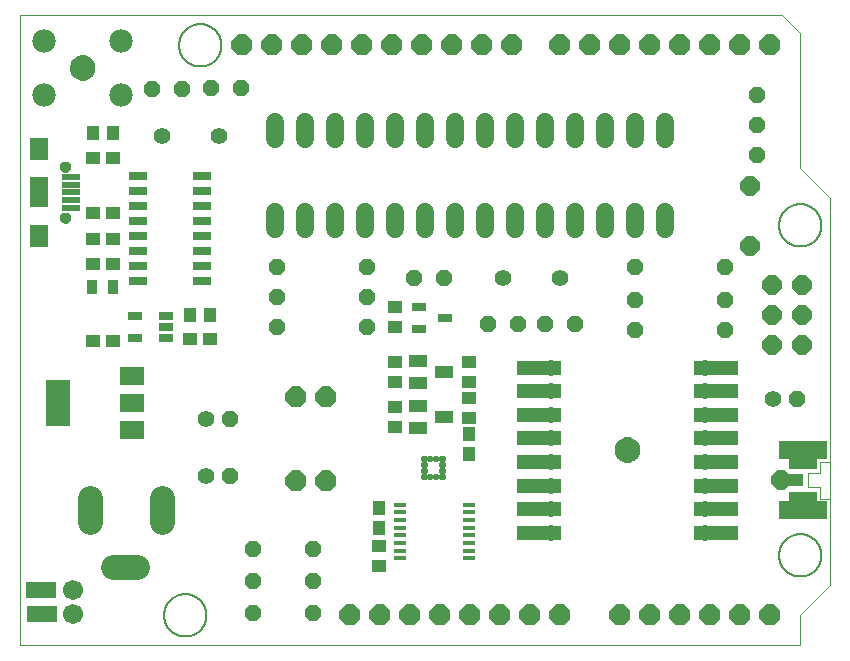
<source format=gts>
G75*
%MOIN*%
%OFA0B0*%
%FSLAX25Y25*%
%IPPOS*%
%LPD*%
%AMOC8*
5,1,8,0,0,1.08239X$1,22.5*
%
%ADD10C,0.00000*%
%ADD11C,0.00500*%
%ADD12OC8,0.07000*%
%ADD13C,0.06000*%
%ADD14C,0.05600*%
%ADD15OC8,0.05600*%
%ADD16R,0.06400X0.02900*%
%ADD17R,0.04731X0.04337*%
%ADD18C,0.07800*%
%ADD19OC8,0.06400*%
%ADD20C,0.08274*%
%ADD21R,0.03550X0.05124*%
%ADD22R,0.08300X0.06300*%
%ADD23R,0.08300X0.15400*%
%ADD24R,0.05124X0.02565*%
%ADD25R,0.04337X0.04731*%
%ADD26R,0.14573X0.05124*%
%ADD27C,0.05550*%
%ADD28R,0.16400X0.06400*%
%ADD29R,0.08400X0.04400*%
%ADD30R,0.09200X0.03600*%
%ADD31R,0.04300X0.01600*%
%ADD32R,0.05912X0.04337*%
%ADD33R,0.05912X0.01975*%
%ADD34C,0.03746*%
%ADD35R,0.06306X0.10243*%
%ADD36R,0.06306X0.07487*%
%ADD37C,0.06699*%
%ADD38R,0.10400X0.05400*%
%ADD39OC8,0.06337*%
%ADD40C,0.00889*%
%ADD41R,0.04731X0.02959*%
D10*
X0015046Y0005000D02*
X0015046Y0215000D01*
X0269046Y0215000D01*
X0275046Y0209000D01*
X0275046Y0164000D01*
X0285046Y0154000D01*
X0285046Y0025000D01*
X0275046Y0015000D01*
X0275046Y0005000D01*
X0015046Y0005000D01*
X0028335Y0147520D02*
X0028337Y0147601D01*
X0028343Y0147683D01*
X0028353Y0147764D01*
X0028367Y0147844D01*
X0028384Y0147923D01*
X0028406Y0148002D01*
X0028431Y0148079D01*
X0028460Y0148156D01*
X0028493Y0148230D01*
X0028530Y0148303D01*
X0028569Y0148374D01*
X0028613Y0148443D01*
X0028659Y0148510D01*
X0028709Y0148574D01*
X0028762Y0148636D01*
X0028818Y0148696D01*
X0028876Y0148752D01*
X0028938Y0148806D01*
X0029002Y0148857D01*
X0029068Y0148904D01*
X0029136Y0148948D01*
X0029207Y0148989D01*
X0029279Y0149026D01*
X0029354Y0149060D01*
X0029429Y0149090D01*
X0029507Y0149116D01*
X0029585Y0149139D01*
X0029664Y0149157D01*
X0029744Y0149172D01*
X0029825Y0149183D01*
X0029906Y0149190D01*
X0029988Y0149193D01*
X0030069Y0149192D01*
X0030150Y0149187D01*
X0030231Y0149178D01*
X0030312Y0149165D01*
X0030392Y0149148D01*
X0030470Y0149128D01*
X0030548Y0149103D01*
X0030625Y0149075D01*
X0030700Y0149043D01*
X0030773Y0149008D01*
X0030844Y0148969D01*
X0030914Y0148926D01*
X0030981Y0148881D01*
X0031047Y0148832D01*
X0031109Y0148780D01*
X0031169Y0148724D01*
X0031226Y0148666D01*
X0031281Y0148606D01*
X0031332Y0148542D01*
X0031380Y0148477D01*
X0031425Y0148409D01*
X0031467Y0148339D01*
X0031505Y0148267D01*
X0031540Y0148193D01*
X0031571Y0148118D01*
X0031598Y0148041D01*
X0031621Y0147963D01*
X0031641Y0147884D01*
X0031657Y0147804D01*
X0031669Y0147723D01*
X0031677Y0147642D01*
X0031681Y0147561D01*
X0031681Y0147479D01*
X0031677Y0147398D01*
X0031669Y0147317D01*
X0031657Y0147236D01*
X0031641Y0147156D01*
X0031621Y0147077D01*
X0031598Y0146999D01*
X0031571Y0146922D01*
X0031540Y0146847D01*
X0031505Y0146773D01*
X0031467Y0146701D01*
X0031425Y0146631D01*
X0031380Y0146563D01*
X0031332Y0146498D01*
X0031281Y0146434D01*
X0031226Y0146374D01*
X0031169Y0146316D01*
X0031109Y0146260D01*
X0031047Y0146208D01*
X0030981Y0146159D01*
X0030914Y0146114D01*
X0030845Y0146071D01*
X0030773Y0146032D01*
X0030700Y0145997D01*
X0030625Y0145965D01*
X0030548Y0145937D01*
X0030470Y0145912D01*
X0030392Y0145892D01*
X0030312Y0145875D01*
X0030231Y0145862D01*
X0030150Y0145853D01*
X0030069Y0145848D01*
X0029988Y0145847D01*
X0029906Y0145850D01*
X0029825Y0145857D01*
X0029744Y0145868D01*
X0029664Y0145883D01*
X0029585Y0145901D01*
X0029507Y0145924D01*
X0029429Y0145950D01*
X0029354Y0145980D01*
X0029279Y0146014D01*
X0029207Y0146051D01*
X0029136Y0146092D01*
X0029068Y0146136D01*
X0029002Y0146183D01*
X0028938Y0146234D01*
X0028876Y0146288D01*
X0028818Y0146344D01*
X0028762Y0146404D01*
X0028709Y0146466D01*
X0028659Y0146530D01*
X0028613Y0146597D01*
X0028569Y0146666D01*
X0028530Y0146737D01*
X0028493Y0146810D01*
X0028460Y0146884D01*
X0028431Y0146961D01*
X0028406Y0147038D01*
X0028384Y0147117D01*
X0028367Y0147196D01*
X0028353Y0147276D01*
X0028343Y0147357D01*
X0028337Y0147439D01*
X0028335Y0147520D01*
X0028335Y0164480D02*
X0028337Y0164561D01*
X0028343Y0164643D01*
X0028353Y0164724D01*
X0028367Y0164804D01*
X0028384Y0164883D01*
X0028406Y0164962D01*
X0028431Y0165039D01*
X0028460Y0165116D01*
X0028493Y0165190D01*
X0028530Y0165263D01*
X0028569Y0165334D01*
X0028613Y0165403D01*
X0028659Y0165470D01*
X0028709Y0165534D01*
X0028762Y0165596D01*
X0028818Y0165656D01*
X0028876Y0165712D01*
X0028938Y0165766D01*
X0029002Y0165817D01*
X0029068Y0165864D01*
X0029136Y0165908D01*
X0029207Y0165949D01*
X0029279Y0165986D01*
X0029354Y0166020D01*
X0029429Y0166050D01*
X0029507Y0166076D01*
X0029585Y0166099D01*
X0029664Y0166117D01*
X0029744Y0166132D01*
X0029825Y0166143D01*
X0029906Y0166150D01*
X0029988Y0166153D01*
X0030069Y0166152D01*
X0030150Y0166147D01*
X0030231Y0166138D01*
X0030312Y0166125D01*
X0030392Y0166108D01*
X0030470Y0166088D01*
X0030548Y0166063D01*
X0030625Y0166035D01*
X0030700Y0166003D01*
X0030773Y0165968D01*
X0030844Y0165929D01*
X0030914Y0165886D01*
X0030981Y0165841D01*
X0031047Y0165792D01*
X0031109Y0165740D01*
X0031169Y0165684D01*
X0031226Y0165626D01*
X0031281Y0165566D01*
X0031332Y0165502D01*
X0031380Y0165437D01*
X0031425Y0165369D01*
X0031467Y0165299D01*
X0031505Y0165227D01*
X0031540Y0165153D01*
X0031571Y0165078D01*
X0031598Y0165001D01*
X0031621Y0164923D01*
X0031641Y0164844D01*
X0031657Y0164764D01*
X0031669Y0164683D01*
X0031677Y0164602D01*
X0031681Y0164521D01*
X0031681Y0164439D01*
X0031677Y0164358D01*
X0031669Y0164277D01*
X0031657Y0164196D01*
X0031641Y0164116D01*
X0031621Y0164037D01*
X0031598Y0163959D01*
X0031571Y0163882D01*
X0031540Y0163807D01*
X0031505Y0163733D01*
X0031467Y0163661D01*
X0031425Y0163591D01*
X0031380Y0163523D01*
X0031332Y0163458D01*
X0031281Y0163394D01*
X0031226Y0163334D01*
X0031169Y0163276D01*
X0031109Y0163220D01*
X0031047Y0163168D01*
X0030981Y0163119D01*
X0030914Y0163074D01*
X0030845Y0163031D01*
X0030773Y0162992D01*
X0030700Y0162957D01*
X0030625Y0162925D01*
X0030548Y0162897D01*
X0030470Y0162872D01*
X0030392Y0162852D01*
X0030312Y0162835D01*
X0030231Y0162822D01*
X0030150Y0162813D01*
X0030069Y0162808D01*
X0029988Y0162807D01*
X0029906Y0162810D01*
X0029825Y0162817D01*
X0029744Y0162828D01*
X0029664Y0162843D01*
X0029585Y0162861D01*
X0029507Y0162884D01*
X0029429Y0162910D01*
X0029354Y0162940D01*
X0029279Y0162974D01*
X0029207Y0163011D01*
X0029136Y0163052D01*
X0029068Y0163096D01*
X0029002Y0163143D01*
X0028938Y0163194D01*
X0028876Y0163248D01*
X0028818Y0163304D01*
X0028762Y0163364D01*
X0028709Y0163426D01*
X0028659Y0163490D01*
X0028613Y0163557D01*
X0028569Y0163626D01*
X0028530Y0163697D01*
X0028493Y0163770D01*
X0028460Y0163844D01*
X0028431Y0163921D01*
X0028406Y0163998D01*
X0028384Y0164077D01*
X0028367Y0164156D01*
X0028353Y0164236D01*
X0028343Y0164317D01*
X0028337Y0164399D01*
X0028335Y0164480D01*
X0277746Y0062300D02*
X0277746Y0057900D01*
X0281646Y0057900D01*
X0281646Y0053900D01*
X0285046Y0053900D01*
X0285046Y0053800D01*
X0281546Y0062300D02*
X0277746Y0062300D01*
X0281546Y0062300D02*
X0281546Y0066100D01*
X0285046Y0066100D01*
D11*
X0267975Y0035000D02*
X0267977Y0035174D01*
X0267984Y0035347D01*
X0267994Y0035520D01*
X0268009Y0035693D01*
X0268028Y0035866D01*
X0268052Y0036038D01*
X0268079Y0036209D01*
X0268111Y0036379D01*
X0268147Y0036549D01*
X0268187Y0036718D01*
X0268231Y0036886D01*
X0268279Y0037053D01*
X0268332Y0037218D01*
X0268388Y0037382D01*
X0268449Y0037545D01*
X0268513Y0037706D01*
X0268582Y0037865D01*
X0268654Y0038023D01*
X0268730Y0038179D01*
X0268810Y0038333D01*
X0268894Y0038485D01*
X0268981Y0038635D01*
X0269072Y0038783D01*
X0269167Y0038928D01*
X0269265Y0039072D01*
X0269367Y0039212D01*
X0269472Y0039350D01*
X0269580Y0039486D01*
X0269692Y0039619D01*
X0269807Y0039749D01*
X0269925Y0039876D01*
X0270046Y0040000D01*
X0270170Y0040121D01*
X0270297Y0040239D01*
X0270427Y0040354D01*
X0270560Y0040466D01*
X0270696Y0040574D01*
X0270834Y0040679D01*
X0270974Y0040781D01*
X0271118Y0040879D01*
X0271263Y0040974D01*
X0271411Y0041065D01*
X0271561Y0041152D01*
X0271713Y0041236D01*
X0271867Y0041316D01*
X0272023Y0041392D01*
X0272181Y0041464D01*
X0272340Y0041533D01*
X0272501Y0041597D01*
X0272664Y0041658D01*
X0272828Y0041714D01*
X0272993Y0041767D01*
X0273160Y0041815D01*
X0273328Y0041859D01*
X0273497Y0041899D01*
X0273667Y0041935D01*
X0273837Y0041967D01*
X0274008Y0041994D01*
X0274180Y0042018D01*
X0274353Y0042037D01*
X0274526Y0042052D01*
X0274699Y0042062D01*
X0274872Y0042069D01*
X0275046Y0042071D01*
X0275220Y0042069D01*
X0275393Y0042062D01*
X0275566Y0042052D01*
X0275739Y0042037D01*
X0275912Y0042018D01*
X0276084Y0041994D01*
X0276255Y0041967D01*
X0276425Y0041935D01*
X0276595Y0041899D01*
X0276764Y0041859D01*
X0276932Y0041815D01*
X0277099Y0041767D01*
X0277264Y0041714D01*
X0277428Y0041658D01*
X0277591Y0041597D01*
X0277752Y0041533D01*
X0277911Y0041464D01*
X0278069Y0041392D01*
X0278225Y0041316D01*
X0278379Y0041236D01*
X0278531Y0041152D01*
X0278681Y0041065D01*
X0278829Y0040974D01*
X0278974Y0040879D01*
X0279118Y0040781D01*
X0279258Y0040679D01*
X0279396Y0040574D01*
X0279532Y0040466D01*
X0279665Y0040354D01*
X0279795Y0040239D01*
X0279922Y0040121D01*
X0280046Y0040000D01*
X0280167Y0039876D01*
X0280285Y0039749D01*
X0280400Y0039619D01*
X0280512Y0039486D01*
X0280620Y0039350D01*
X0280725Y0039212D01*
X0280827Y0039072D01*
X0280925Y0038928D01*
X0281020Y0038783D01*
X0281111Y0038635D01*
X0281198Y0038485D01*
X0281282Y0038333D01*
X0281362Y0038179D01*
X0281438Y0038023D01*
X0281510Y0037865D01*
X0281579Y0037706D01*
X0281643Y0037545D01*
X0281704Y0037382D01*
X0281760Y0037218D01*
X0281813Y0037053D01*
X0281861Y0036886D01*
X0281905Y0036718D01*
X0281945Y0036549D01*
X0281981Y0036379D01*
X0282013Y0036209D01*
X0282040Y0036038D01*
X0282064Y0035866D01*
X0282083Y0035693D01*
X0282098Y0035520D01*
X0282108Y0035347D01*
X0282115Y0035174D01*
X0282117Y0035000D01*
X0282115Y0034826D01*
X0282108Y0034653D01*
X0282098Y0034480D01*
X0282083Y0034307D01*
X0282064Y0034134D01*
X0282040Y0033962D01*
X0282013Y0033791D01*
X0281981Y0033621D01*
X0281945Y0033451D01*
X0281905Y0033282D01*
X0281861Y0033114D01*
X0281813Y0032947D01*
X0281760Y0032782D01*
X0281704Y0032618D01*
X0281643Y0032455D01*
X0281579Y0032294D01*
X0281510Y0032135D01*
X0281438Y0031977D01*
X0281362Y0031821D01*
X0281282Y0031667D01*
X0281198Y0031515D01*
X0281111Y0031365D01*
X0281020Y0031217D01*
X0280925Y0031072D01*
X0280827Y0030928D01*
X0280725Y0030788D01*
X0280620Y0030650D01*
X0280512Y0030514D01*
X0280400Y0030381D01*
X0280285Y0030251D01*
X0280167Y0030124D01*
X0280046Y0030000D01*
X0279922Y0029879D01*
X0279795Y0029761D01*
X0279665Y0029646D01*
X0279532Y0029534D01*
X0279396Y0029426D01*
X0279258Y0029321D01*
X0279118Y0029219D01*
X0278974Y0029121D01*
X0278829Y0029026D01*
X0278681Y0028935D01*
X0278531Y0028848D01*
X0278379Y0028764D01*
X0278225Y0028684D01*
X0278069Y0028608D01*
X0277911Y0028536D01*
X0277752Y0028467D01*
X0277591Y0028403D01*
X0277428Y0028342D01*
X0277264Y0028286D01*
X0277099Y0028233D01*
X0276932Y0028185D01*
X0276764Y0028141D01*
X0276595Y0028101D01*
X0276425Y0028065D01*
X0276255Y0028033D01*
X0276084Y0028006D01*
X0275912Y0027982D01*
X0275739Y0027963D01*
X0275566Y0027948D01*
X0275393Y0027938D01*
X0275220Y0027931D01*
X0275046Y0027929D01*
X0274872Y0027931D01*
X0274699Y0027938D01*
X0274526Y0027948D01*
X0274353Y0027963D01*
X0274180Y0027982D01*
X0274008Y0028006D01*
X0273837Y0028033D01*
X0273667Y0028065D01*
X0273497Y0028101D01*
X0273328Y0028141D01*
X0273160Y0028185D01*
X0272993Y0028233D01*
X0272828Y0028286D01*
X0272664Y0028342D01*
X0272501Y0028403D01*
X0272340Y0028467D01*
X0272181Y0028536D01*
X0272023Y0028608D01*
X0271867Y0028684D01*
X0271713Y0028764D01*
X0271561Y0028848D01*
X0271411Y0028935D01*
X0271263Y0029026D01*
X0271118Y0029121D01*
X0270974Y0029219D01*
X0270834Y0029321D01*
X0270696Y0029426D01*
X0270560Y0029534D01*
X0270427Y0029646D01*
X0270297Y0029761D01*
X0270170Y0029879D01*
X0270046Y0030000D01*
X0269925Y0030124D01*
X0269807Y0030251D01*
X0269692Y0030381D01*
X0269580Y0030514D01*
X0269472Y0030650D01*
X0269367Y0030788D01*
X0269265Y0030928D01*
X0269167Y0031072D01*
X0269072Y0031217D01*
X0268981Y0031365D01*
X0268894Y0031515D01*
X0268810Y0031667D01*
X0268730Y0031821D01*
X0268654Y0031977D01*
X0268582Y0032135D01*
X0268513Y0032294D01*
X0268449Y0032455D01*
X0268388Y0032618D01*
X0268332Y0032782D01*
X0268279Y0032947D01*
X0268231Y0033114D01*
X0268187Y0033282D01*
X0268147Y0033451D01*
X0268111Y0033621D01*
X0268079Y0033791D01*
X0268052Y0033962D01*
X0268028Y0034134D01*
X0268009Y0034307D01*
X0267994Y0034480D01*
X0267984Y0034653D01*
X0267977Y0034826D01*
X0267975Y0035000D01*
X0220462Y0067569D02*
X0219977Y0067084D01*
X0219415Y0066690D01*
X0218793Y0066400D01*
X0218130Y0066223D01*
X0217446Y0066163D01*
X0216763Y0066223D01*
X0216100Y0066400D01*
X0215478Y0066690D01*
X0214916Y0067084D01*
X0214431Y0067569D01*
X0214037Y0068131D01*
X0213747Y0068753D01*
X0213569Y0069416D01*
X0213509Y0070100D01*
X0213569Y0070784D01*
X0213747Y0071447D01*
X0214037Y0072069D01*
X0214431Y0072631D01*
X0214916Y0073116D01*
X0215478Y0073510D01*
X0216100Y0073800D01*
X0216763Y0073977D01*
X0217446Y0074037D01*
X0218130Y0073977D01*
X0218793Y0073800D01*
X0219415Y0073510D01*
X0219977Y0073116D01*
X0220462Y0072631D01*
X0220856Y0072069D01*
X0221146Y0071447D01*
X0221324Y0070784D01*
X0221383Y0070100D01*
X0221324Y0069416D01*
X0221146Y0068753D01*
X0220856Y0068131D01*
X0220462Y0067569D01*
X0220633Y0067812D02*
X0214260Y0067812D01*
X0213953Y0068311D02*
X0220940Y0068311D01*
X0221161Y0068809D02*
X0213732Y0068809D01*
X0213598Y0069308D02*
X0221295Y0069308D01*
X0221358Y0069806D02*
X0213535Y0069806D01*
X0213527Y0070305D02*
X0221366Y0070305D01*
X0221318Y0070803D02*
X0213575Y0070803D01*
X0213708Y0071302D02*
X0221185Y0071302D01*
X0220981Y0071801D02*
X0213912Y0071801D01*
X0214198Y0072299D02*
X0220695Y0072299D01*
X0220295Y0072798D02*
X0214597Y0072798D01*
X0215173Y0073296D02*
X0219720Y0073296D01*
X0218804Y0073795D02*
X0216089Y0073795D01*
X0214686Y0067314D02*
X0220207Y0067314D01*
X0219593Y0066815D02*
X0215299Y0066815D01*
X0216412Y0066317D02*
X0218481Y0066317D01*
X0267975Y0145000D02*
X0267977Y0145174D01*
X0267984Y0145347D01*
X0267994Y0145520D01*
X0268009Y0145693D01*
X0268028Y0145866D01*
X0268052Y0146038D01*
X0268079Y0146209D01*
X0268111Y0146379D01*
X0268147Y0146549D01*
X0268187Y0146718D01*
X0268231Y0146886D01*
X0268279Y0147053D01*
X0268332Y0147218D01*
X0268388Y0147382D01*
X0268449Y0147545D01*
X0268513Y0147706D01*
X0268582Y0147865D01*
X0268654Y0148023D01*
X0268730Y0148179D01*
X0268810Y0148333D01*
X0268894Y0148485D01*
X0268981Y0148635D01*
X0269072Y0148783D01*
X0269167Y0148928D01*
X0269265Y0149072D01*
X0269367Y0149212D01*
X0269472Y0149350D01*
X0269580Y0149486D01*
X0269692Y0149619D01*
X0269807Y0149749D01*
X0269925Y0149876D01*
X0270046Y0150000D01*
X0270170Y0150121D01*
X0270297Y0150239D01*
X0270427Y0150354D01*
X0270560Y0150466D01*
X0270696Y0150574D01*
X0270834Y0150679D01*
X0270974Y0150781D01*
X0271118Y0150879D01*
X0271263Y0150974D01*
X0271411Y0151065D01*
X0271561Y0151152D01*
X0271713Y0151236D01*
X0271867Y0151316D01*
X0272023Y0151392D01*
X0272181Y0151464D01*
X0272340Y0151533D01*
X0272501Y0151597D01*
X0272664Y0151658D01*
X0272828Y0151714D01*
X0272993Y0151767D01*
X0273160Y0151815D01*
X0273328Y0151859D01*
X0273497Y0151899D01*
X0273667Y0151935D01*
X0273837Y0151967D01*
X0274008Y0151994D01*
X0274180Y0152018D01*
X0274353Y0152037D01*
X0274526Y0152052D01*
X0274699Y0152062D01*
X0274872Y0152069D01*
X0275046Y0152071D01*
X0275220Y0152069D01*
X0275393Y0152062D01*
X0275566Y0152052D01*
X0275739Y0152037D01*
X0275912Y0152018D01*
X0276084Y0151994D01*
X0276255Y0151967D01*
X0276425Y0151935D01*
X0276595Y0151899D01*
X0276764Y0151859D01*
X0276932Y0151815D01*
X0277099Y0151767D01*
X0277264Y0151714D01*
X0277428Y0151658D01*
X0277591Y0151597D01*
X0277752Y0151533D01*
X0277911Y0151464D01*
X0278069Y0151392D01*
X0278225Y0151316D01*
X0278379Y0151236D01*
X0278531Y0151152D01*
X0278681Y0151065D01*
X0278829Y0150974D01*
X0278974Y0150879D01*
X0279118Y0150781D01*
X0279258Y0150679D01*
X0279396Y0150574D01*
X0279532Y0150466D01*
X0279665Y0150354D01*
X0279795Y0150239D01*
X0279922Y0150121D01*
X0280046Y0150000D01*
X0280167Y0149876D01*
X0280285Y0149749D01*
X0280400Y0149619D01*
X0280512Y0149486D01*
X0280620Y0149350D01*
X0280725Y0149212D01*
X0280827Y0149072D01*
X0280925Y0148928D01*
X0281020Y0148783D01*
X0281111Y0148635D01*
X0281198Y0148485D01*
X0281282Y0148333D01*
X0281362Y0148179D01*
X0281438Y0148023D01*
X0281510Y0147865D01*
X0281579Y0147706D01*
X0281643Y0147545D01*
X0281704Y0147382D01*
X0281760Y0147218D01*
X0281813Y0147053D01*
X0281861Y0146886D01*
X0281905Y0146718D01*
X0281945Y0146549D01*
X0281981Y0146379D01*
X0282013Y0146209D01*
X0282040Y0146038D01*
X0282064Y0145866D01*
X0282083Y0145693D01*
X0282098Y0145520D01*
X0282108Y0145347D01*
X0282115Y0145174D01*
X0282117Y0145000D01*
X0282115Y0144826D01*
X0282108Y0144653D01*
X0282098Y0144480D01*
X0282083Y0144307D01*
X0282064Y0144134D01*
X0282040Y0143962D01*
X0282013Y0143791D01*
X0281981Y0143621D01*
X0281945Y0143451D01*
X0281905Y0143282D01*
X0281861Y0143114D01*
X0281813Y0142947D01*
X0281760Y0142782D01*
X0281704Y0142618D01*
X0281643Y0142455D01*
X0281579Y0142294D01*
X0281510Y0142135D01*
X0281438Y0141977D01*
X0281362Y0141821D01*
X0281282Y0141667D01*
X0281198Y0141515D01*
X0281111Y0141365D01*
X0281020Y0141217D01*
X0280925Y0141072D01*
X0280827Y0140928D01*
X0280725Y0140788D01*
X0280620Y0140650D01*
X0280512Y0140514D01*
X0280400Y0140381D01*
X0280285Y0140251D01*
X0280167Y0140124D01*
X0280046Y0140000D01*
X0279922Y0139879D01*
X0279795Y0139761D01*
X0279665Y0139646D01*
X0279532Y0139534D01*
X0279396Y0139426D01*
X0279258Y0139321D01*
X0279118Y0139219D01*
X0278974Y0139121D01*
X0278829Y0139026D01*
X0278681Y0138935D01*
X0278531Y0138848D01*
X0278379Y0138764D01*
X0278225Y0138684D01*
X0278069Y0138608D01*
X0277911Y0138536D01*
X0277752Y0138467D01*
X0277591Y0138403D01*
X0277428Y0138342D01*
X0277264Y0138286D01*
X0277099Y0138233D01*
X0276932Y0138185D01*
X0276764Y0138141D01*
X0276595Y0138101D01*
X0276425Y0138065D01*
X0276255Y0138033D01*
X0276084Y0138006D01*
X0275912Y0137982D01*
X0275739Y0137963D01*
X0275566Y0137948D01*
X0275393Y0137938D01*
X0275220Y0137931D01*
X0275046Y0137929D01*
X0274872Y0137931D01*
X0274699Y0137938D01*
X0274526Y0137948D01*
X0274353Y0137963D01*
X0274180Y0137982D01*
X0274008Y0138006D01*
X0273837Y0138033D01*
X0273667Y0138065D01*
X0273497Y0138101D01*
X0273328Y0138141D01*
X0273160Y0138185D01*
X0272993Y0138233D01*
X0272828Y0138286D01*
X0272664Y0138342D01*
X0272501Y0138403D01*
X0272340Y0138467D01*
X0272181Y0138536D01*
X0272023Y0138608D01*
X0271867Y0138684D01*
X0271713Y0138764D01*
X0271561Y0138848D01*
X0271411Y0138935D01*
X0271263Y0139026D01*
X0271118Y0139121D01*
X0270974Y0139219D01*
X0270834Y0139321D01*
X0270696Y0139426D01*
X0270560Y0139534D01*
X0270427Y0139646D01*
X0270297Y0139761D01*
X0270170Y0139879D01*
X0270046Y0140000D01*
X0269925Y0140124D01*
X0269807Y0140251D01*
X0269692Y0140381D01*
X0269580Y0140514D01*
X0269472Y0140650D01*
X0269367Y0140788D01*
X0269265Y0140928D01*
X0269167Y0141072D01*
X0269072Y0141217D01*
X0268981Y0141365D01*
X0268894Y0141515D01*
X0268810Y0141667D01*
X0268730Y0141821D01*
X0268654Y0141977D01*
X0268582Y0142135D01*
X0268513Y0142294D01*
X0268449Y0142455D01*
X0268388Y0142618D01*
X0268332Y0142782D01*
X0268279Y0142947D01*
X0268231Y0143114D01*
X0268187Y0143282D01*
X0268147Y0143451D01*
X0268111Y0143621D01*
X0268079Y0143791D01*
X0268052Y0143962D01*
X0268028Y0144134D01*
X0268009Y0144307D01*
X0267994Y0144480D01*
X0267984Y0144653D01*
X0267977Y0144826D01*
X0267975Y0145000D01*
X0067975Y0205000D02*
X0067977Y0205174D01*
X0067984Y0205347D01*
X0067994Y0205520D01*
X0068009Y0205693D01*
X0068028Y0205866D01*
X0068052Y0206038D01*
X0068079Y0206209D01*
X0068111Y0206379D01*
X0068147Y0206549D01*
X0068187Y0206718D01*
X0068231Y0206886D01*
X0068279Y0207053D01*
X0068332Y0207218D01*
X0068388Y0207382D01*
X0068449Y0207545D01*
X0068513Y0207706D01*
X0068582Y0207865D01*
X0068654Y0208023D01*
X0068730Y0208179D01*
X0068810Y0208333D01*
X0068894Y0208485D01*
X0068981Y0208635D01*
X0069072Y0208783D01*
X0069167Y0208928D01*
X0069265Y0209072D01*
X0069367Y0209212D01*
X0069472Y0209350D01*
X0069580Y0209486D01*
X0069692Y0209619D01*
X0069807Y0209749D01*
X0069925Y0209876D01*
X0070046Y0210000D01*
X0070170Y0210121D01*
X0070297Y0210239D01*
X0070427Y0210354D01*
X0070560Y0210466D01*
X0070696Y0210574D01*
X0070834Y0210679D01*
X0070974Y0210781D01*
X0071118Y0210879D01*
X0071263Y0210974D01*
X0071411Y0211065D01*
X0071561Y0211152D01*
X0071713Y0211236D01*
X0071867Y0211316D01*
X0072023Y0211392D01*
X0072181Y0211464D01*
X0072340Y0211533D01*
X0072501Y0211597D01*
X0072664Y0211658D01*
X0072828Y0211714D01*
X0072993Y0211767D01*
X0073160Y0211815D01*
X0073328Y0211859D01*
X0073497Y0211899D01*
X0073667Y0211935D01*
X0073837Y0211967D01*
X0074008Y0211994D01*
X0074180Y0212018D01*
X0074353Y0212037D01*
X0074526Y0212052D01*
X0074699Y0212062D01*
X0074872Y0212069D01*
X0075046Y0212071D01*
X0075220Y0212069D01*
X0075393Y0212062D01*
X0075566Y0212052D01*
X0075739Y0212037D01*
X0075912Y0212018D01*
X0076084Y0211994D01*
X0076255Y0211967D01*
X0076425Y0211935D01*
X0076595Y0211899D01*
X0076764Y0211859D01*
X0076932Y0211815D01*
X0077099Y0211767D01*
X0077264Y0211714D01*
X0077428Y0211658D01*
X0077591Y0211597D01*
X0077752Y0211533D01*
X0077911Y0211464D01*
X0078069Y0211392D01*
X0078225Y0211316D01*
X0078379Y0211236D01*
X0078531Y0211152D01*
X0078681Y0211065D01*
X0078829Y0210974D01*
X0078974Y0210879D01*
X0079118Y0210781D01*
X0079258Y0210679D01*
X0079396Y0210574D01*
X0079532Y0210466D01*
X0079665Y0210354D01*
X0079795Y0210239D01*
X0079922Y0210121D01*
X0080046Y0210000D01*
X0080167Y0209876D01*
X0080285Y0209749D01*
X0080400Y0209619D01*
X0080512Y0209486D01*
X0080620Y0209350D01*
X0080725Y0209212D01*
X0080827Y0209072D01*
X0080925Y0208928D01*
X0081020Y0208783D01*
X0081111Y0208635D01*
X0081198Y0208485D01*
X0081282Y0208333D01*
X0081362Y0208179D01*
X0081438Y0208023D01*
X0081510Y0207865D01*
X0081579Y0207706D01*
X0081643Y0207545D01*
X0081704Y0207382D01*
X0081760Y0207218D01*
X0081813Y0207053D01*
X0081861Y0206886D01*
X0081905Y0206718D01*
X0081945Y0206549D01*
X0081981Y0206379D01*
X0082013Y0206209D01*
X0082040Y0206038D01*
X0082064Y0205866D01*
X0082083Y0205693D01*
X0082098Y0205520D01*
X0082108Y0205347D01*
X0082115Y0205174D01*
X0082117Y0205000D01*
X0082115Y0204826D01*
X0082108Y0204653D01*
X0082098Y0204480D01*
X0082083Y0204307D01*
X0082064Y0204134D01*
X0082040Y0203962D01*
X0082013Y0203791D01*
X0081981Y0203621D01*
X0081945Y0203451D01*
X0081905Y0203282D01*
X0081861Y0203114D01*
X0081813Y0202947D01*
X0081760Y0202782D01*
X0081704Y0202618D01*
X0081643Y0202455D01*
X0081579Y0202294D01*
X0081510Y0202135D01*
X0081438Y0201977D01*
X0081362Y0201821D01*
X0081282Y0201667D01*
X0081198Y0201515D01*
X0081111Y0201365D01*
X0081020Y0201217D01*
X0080925Y0201072D01*
X0080827Y0200928D01*
X0080725Y0200788D01*
X0080620Y0200650D01*
X0080512Y0200514D01*
X0080400Y0200381D01*
X0080285Y0200251D01*
X0080167Y0200124D01*
X0080046Y0200000D01*
X0079922Y0199879D01*
X0079795Y0199761D01*
X0079665Y0199646D01*
X0079532Y0199534D01*
X0079396Y0199426D01*
X0079258Y0199321D01*
X0079118Y0199219D01*
X0078974Y0199121D01*
X0078829Y0199026D01*
X0078681Y0198935D01*
X0078531Y0198848D01*
X0078379Y0198764D01*
X0078225Y0198684D01*
X0078069Y0198608D01*
X0077911Y0198536D01*
X0077752Y0198467D01*
X0077591Y0198403D01*
X0077428Y0198342D01*
X0077264Y0198286D01*
X0077099Y0198233D01*
X0076932Y0198185D01*
X0076764Y0198141D01*
X0076595Y0198101D01*
X0076425Y0198065D01*
X0076255Y0198033D01*
X0076084Y0198006D01*
X0075912Y0197982D01*
X0075739Y0197963D01*
X0075566Y0197948D01*
X0075393Y0197938D01*
X0075220Y0197931D01*
X0075046Y0197929D01*
X0074872Y0197931D01*
X0074699Y0197938D01*
X0074526Y0197948D01*
X0074353Y0197963D01*
X0074180Y0197982D01*
X0074008Y0198006D01*
X0073837Y0198033D01*
X0073667Y0198065D01*
X0073497Y0198101D01*
X0073328Y0198141D01*
X0073160Y0198185D01*
X0072993Y0198233D01*
X0072828Y0198286D01*
X0072664Y0198342D01*
X0072501Y0198403D01*
X0072340Y0198467D01*
X0072181Y0198536D01*
X0072023Y0198608D01*
X0071867Y0198684D01*
X0071713Y0198764D01*
X0071561Y0198848D01*
X0071411Y0198935D01*
X0071263Y0199026D01*
X0071118Y0199121D01*
X0070974Y0199219D01*
X0070834Y0199321D01*
X0070696Y0199426D01*
X0070560Y0199534D01*
X0070427Y0199646D01*
X0070297Y0199761D01*
X0070170Y0199879D01*
X0070046Y0200000D01*
X0069925Y0200124D01*
X0069807Y0200251D01*
X0069692Y0200381D01*
X0069580Y0200514D01*
X0069472Y0200650D01*
X0069367Y0200788D01*
X0069265Y0200928D01*
X0069167Y0201072D01*
X0069072Y0201217D01*
X0068981Y0201365D01*
X0068894Y0201515D01*
X0068810Y0201667D01*
X0068730Y0201821D01*
X0068654Y0201977D01*
X0068582Y0202135D01*
X0068513Y0202294D01*
X0068449Y0202455D01*
X0068388Y0202618D01*
X0068332Y0202782D01*
X0068279Y0202947D01*
X0068231Y0203114D01*
X0068187Y0203282D01*
X0068147Y0203451D01*
X0068111Y0203621D01*
X0068079Y0203791D01*
X0068052Y0203962D01*
X0068028Y0204134D01*
X0068009Y0204307D01*
X0067994Y0204480D01*
X0067984Y0204653D01*
X0067977Y0204826D01*
X0067975Y0205000D01*
X0039724Y0198084D02*
X0039546Y0198747D01*
X0039256Y0199369D01*
X0038862Y0199931D01*
X0038377Y0200416D01*
X0037815Y0200810D01*
X0037193Y0201100D01*
X0036530Y0201277D01*
X0035846Y0201337D01*
X0035163Y0201277D01*
X0034500Y0201100D01*
X0033878Y0200810D01*
X0033316Y0200416D01*
X0032831Y0199931D01*
X0032437Y0199369D01*
X0032147Y0198747D01*
X0031969Y0198084D01*
X0031909Y0197400D01*
X0031969Y0196716D01*
X0032147Y0196053D01*
X0032437Y0195431D01*
X0039256Y0195431D01*
X0039546Y0196053D01*
X0039724Y0196716D01*
X0039783Y0197400D01*
X0039724Y0198084D01*
X0039738Y0197924D02*
X0031955Y0197924D01*
X0031912Y0197425D02*
X0039781Y0197425D01*
X0039742Y0196927D02*
X0031951Y0196927D01*
X0032046Y0196428D02*
X0039646Y0196428D01*
X0039488Y0195930D02*
X0032205Y0195930D01*
X0032437Y0195431D02*
X0032831Y0194869D01*
X0033316Y0194384D01*
X0033878Y0193990D01*
X0034500Y0193700D01*
X0035163Y0193523D01*
X0035846Y0193463D01*
X0036530Y0193523D01*
X0037193Y0193700D01*
X0037815Y0193990D01*
X0038377Y0194384D01*
X0038862Y0194869D01*
X0039256Y0195431D01*
X0038907Y0194933D02*
X0032786Y0194933D01*
X0033266Y0194434D02*
X0038427Y0194434D01*
X0037698Y0193936D02*
X0033995Y0193936D01*
X0032060Y0198422D02*
X0039633Y0198422D01*
X0039465Y0198921D02*
X0032228Y0198921D01*
X0032473Y0199419D02*
X0039220Y0199419D01*
X0038871Y0199918D02*
X0032822Y0199918D01*
X0033317Y0200416D02*
X0038376Y0200416D01*
X0037589Y0200915D02*
X0034104Y0200915D01*
X0062975Y0015000D02*
X0062977Y0015174D01*
X0062984Y0015347D01*
X0062994Y0015520D01*
X0063009Y0015693D01*
X0063028Y0015866D01*
X0063052Y0016038D01*
X0063079Y0016209D01*
X0063111Y0016379D01*
X0063147Y0016549D01*
X0063187Y0016718D01*
X0063231Y0016886D01*
X0063279Y0017053D01*
X0063332Y0017218D01*
X0063388Y0017382D01*
X0063449Y0017545D01*
X0063513Y0017706D01*
X0063582Y0017865D01*
X0063654Y0018023D01*
X0063730Y0018179D01*
X0063810Y0018333D01*
X0063894Y0018485D01*
X0063981Y0018635D01*
X0064072Y0018783D01*
X0064167Y0018928D01*
X0064265Y0019072D01*
X0064367Y0019212D01*
X0064472Y0019350D01*
X0064580Y0019486D01*
X0064692Y0019619D01*
X0064807Y0019749D01*
X0064925Y0019876D01*
X0065046Y0020000D01*
X0065170Y0020121D01*
X0065297Y0020239D01*
X0065427Y0020354D01*
X0065560Y0020466D01*
X0065696Y0020574D01*
X0065834Y0020679D01*
X0065974Y0020781D01*
X0066118Y0020879D01*
X0066263Y0020974D01*
X0066411Y0021065D01*
X0066561Y0021152D01*
X0066713Y0021236D01*
X0066867Y0021316D01*
X0067023Y0021392D01*
X0067181Y0021464D01*
X0067340Y0021533D01*
X0067501Y0021597D01*
X0067664Y0021658D01*
X0067828Y0021714D01*
X0067993Y0021767D01*
X0068160Y0021815D01*
X0068328Y0021859D01*
X0068497Y0021899D01*
X0068667Y0021935D01*
X0068837Y0021967D01*
X0069008Y0021994D01*
X0069180Y0022018D01*
X0069353Y0022037D01*
X0069526Y0022052D01*
X0069699Y0022062D01*
X0069872Y0022069D01*
X0070046Y0022071D01*
X0070220Y0022069D01*
X0070393Y0022062D01*
X0070566Y0022052D01*
X0070739Y0022037D01*
X0070912Y0022018D01*
X0071084Y0021994D01*
X0071255Y0021967D01*
X0071425Y0021935D01*
X0071595Y0021899D01*
X0071764Y0021859D01*
X0071932Y0021815D01*
X0072099Y0021767D01*
X0072264Y0021714D01*
X0072428Y0021658D01*
X0072591Y0021597D01*
X0072752Y0021533D01*
X0072911Y0021464D01*
X0073069Y0021392D01*
X0073225Y0021316D01*
X0073379Y0021236D01*
X0073531Y0021152D01*
X0073681Y0021065D01*
X0073829Y0020974D01*
X0073974Y0020879D01*
X0074118Y0020781D01*
X0074258Y0020679D01*
X0074396Y0020574D01*
X0074532Y0020466D01*
X0074665Y0020354D01*
X0074795Y0020239D01*
X0074922Y0020121D01*
X0075046Y0020000D01*
X0075167Y0019876D01*
X0075285Y0019749D01*
X0075400Y0019619D01*
X0075512Y0019486D01*
X0075620Y0019350D01*
X0075725Y0019212D01*
X0075827Y0019072D01*
X0075925Y0018928D01*
X0076020Y0018783D01*
X0076111Y0018635D01*
X0076198Y0018485D01*
X0076282Y0018333D01*
X0076362Y0018179D01*
X0076438Y0018023D01*
X0076510Y0017865D01*
X0076579Y0017706D01*
X0076643Y0017545D01*
X0076704Y0017382D01*
X0076760Y0017218D01*
X0076813Y0017053D01*
X0076861Y0016886D01*
X0076905Y0016718D01*
X0076945Y0016549D01*
X0076981Y0016379D01*
X0077013Y0016209D01*
X0077040Y0016038D01*
X0077064Y0015866D01*
X0077083Y0015693D01*
X0077098Y0015520D01*
X0077108Y0015347D01*
X0077115Y0015174D01*
X0077117Y0015000D01*
X0077115Y0014826D01*
X0077108Y0014653D01*
X0077098Y0014480D01*
X0077083Y0014307D01*
X0077064Y0014134D01*
X0077040Y0013962D01*
X0077013Y0013791D01*
X0076981Y0013621D01*
X0076945Y0013451D01*
X0076905Y0013282D01*
X0076861Y0013114D01*
X0076813Y0012947D01*
X0076760Y0012782D01*
X0076704Y0012618D01*
X0076643Y0012455D01*
X0076579Y0012294D01*
X0076510Y0012135D01*
X0076438Y0011977D01*
X0076362Y0011821D01*
X0076282Y0011667D01*
X0076198Y0011515D01*
X0076111Y0011365D01*
X0076020Y0011217D01*
X0075925Y0011072D01*
X0075827Y0010928D01*
X0075725Y0010788D01*
X0075620Y0010650D01*
X0075512Y0010514D01*
X0075400Y0010381D01*
X0075285Y0010251D01*
X0075167Y0010124D01*
X0075046Y0010000D01*
X0074922Y0009879D01*
X0074795Y0009761D01*
X0074665Y0009646D01*
X0074532Y0009534D01*
X0074396Y0009426D01*
X0074258Y0009321D01*
X0074118Y0009219D01*
X0073974Y0009121D01*
X0073829Y0009026D01*
X0073681Y0008935D01*
X0073531Y0008848D01*
X0073379Y0008764D01*
X0073225Y0008684D01*
X0073069Y0008608D01*
X0072911Y0008536D01*
X0072752Y0008467D01*
X0072591Y0008403D01*
X0072428Y0008342D01*
X0072264Y0008286D01*
X0072099Y0008233D01*
X0071932Y0008185D01*
X0071764Y0008141D01*
X0071595Y0008101D01*
X0071425Y0008065D01*
X0071255Y0008033D01*
X0071084Y0008006D01*
X0070912Y0007982D01*
X0070739Y0007963D01*
X0070566Y0007948D01*
X0070393Y0007938D01*
X0070220Y0007931D01*
X0070046Y0007929D01*
X0069872Y0007931D01*
X0069699Y0007938D01*
X0069526Y0007948D01*
X0069353Y0007963D01*
X0069180Y0007982D01*
X0069008Y0008006D01*
X0068837Y0008033D01*
X0068667Y0008065D01*
X0068497Y0008101D01*
X0068328Y0008141D01*
X0068160Y0008185D01*
X0067993Y0008233D01*
X0067828Y0008286D01*
X0067664Y0008342D01*
X0067501Y0008403D01*
X0067340Y0008467D01*
X0067181Y0008536D01*
X0067023Y0008608D01*
X0066867Y0008684D01*
X0066713Y0008764D01*
X0066561Y0008848D01*
X0066411Y0008935D01*
X0066263Y0009026D01*
X0066118Y0009121D01*
X0065974Y0009219D01*
X0065834Y0009321D01*
X0065696Y0009426D01*
X0065560Y0009534D01*
X0065427Y0009646D01*
X0065297Y0009761D01*
X0065170Y0009879D01*
X0065046Y0010000D01*
X0064925Y0010124D01*
X0064807Y0010251D01*
X0064692Y0010381D01*
X0064580Y0010514D01*
X0064472Y0010650D01*
X0064367Y0010788D01*
X0064265Y0010928D01*
X0064167Y0011072D01*
X0064072Y0011217D01*
X0063981Y0011365D01*
X0063894Y0011515D01*
X0063810Y0011667D01*
X0063730Y0011821D01*
X0063654Y0011977D01*
X0063582Y0012135D01*
X0063513Y0012294D01*
X0063449Y0012455D01*
X0063388Y0012618D01*
X0063332Y0012782D01*
X0063279Y0012947D01*
X0063231Y0013114D01*
X0063187Y0013282D01*
X0063147Y0013451D01*
X0063111Y0013621D01*
X0063079Y0013791D01*
X0063052Y0013962D01*
X0063028Y0014134D01*
X0063009Y0014307D01*
X0062994Y0014480D01*
X0062984Y0014653D01*
X0062977Y0014826D01*
X0062975Y0015000D01*
D12*
X0125046Y0015000D03*
X0135046Y0015000D03*
X0145046Y0015000D03*
X0155046Y0015000D03*
X0165046Y0015000D03*
X0175046Y0015000D03*
X0185046Y0015000D03*
X0195046Y0015000D03*
X0215046Y0015000D03*
X0225046Y0015000D03*
X0235046Y0015000D03*
X0245046Y0015000D03*
X0255046Y0015000D03*
X0265046Y0015000D03*
X0117046Y0059900D03*
X0107046Y0059900D03*
X0106946Y0087900D03*
X0116946Y0087900D03*
X0119046Y0205000D03*
X0109046Y0205000D03*
X0099046Y0205000D03*
X0089046Y0205000D03*
X0129046Y0205000D03*
X0139046Y0205000D03*
X0149046Y0205000D03*
X0159046Y0205000D03*
X0169046Y0205000D03*
X0179046Y0205000D03*
X0195046Y0205000D03*
X0205046Y0205000D03*
X0215046Y0205000D03*
X0225046Y0205000D03*
X0235046Y0205000D03*
X0245046Y0205000D03*
X0255046Y0205000D03*
X0265046Y0205000D03*
D13*
X0230046Y0179300D02*
X0230046Y0173700D01*
X0220046Y0173700D02*
X0220046Y0179300D01*
X0210046Y0179300D02*
X0210046Y0173700D01*
X0200046Y0173700D02*
X0200046Y0179300D01*
X0190046Y0179300D02*
X0190046Y0173700D01*
X0180046Y0173700D02*
X0180046Y0179300D01*
X0170046Y0179300D02*
X0170046Y0173700D01*
X0160046Y0173700D02*
X0160046Y0179300D01*
X0150046Y0179300D02*
X0150046Y0173700D01*
X0140046Y0173700D02*
X0140046Y0179300D01*
X0130046Y0179300D02*
X0130046Y0173700D01*
X0120046Y0173700D02*
X0120046Y0179300D01*
X0110046Y0179300D02*
X0110046Y0173700D01*
X0100046Y0173700D02*
X0100046Y0179300D01*
X0100046Y0149300D02*
X0100046Y0143700D01*
X0110046Y0143700D02*
X0110046Y0149300D01*
X0120046Y0149300D02*
X0120046Y0143700D01*
X0130046Y0143700D02*
X0130046Y0149300D01*
X0140046Y0149300D02*
X0140046Y0143700D01*
X0150046Y0143700D02*
X0150046Y0149300D01*
X0160046Y0149300D02*
X0160046Y0143700D01*
X0170046Y0143700D02*
X0170046Y0149300D01*
X0180046Y0149300D02*
X0180046Y0143700D01*
X0190046Y0143700D02*
X0190046Y0149300D01*
X0200046Y0149300D02*
X0200046Y0143700D01*
X0210046Y0143700D02*
X0210046Y0149300D01*
X0220046Y0149300D02*
X0220046Y0143700D01*
X0230046Y0143700D02*
X0230046Y0149300D01*
D14*
X0195046Y0127400D03*
X0176046Y0127400D03*
X0266046Y0087000D03*
X0081146Y0174800D03*
X0062146Y0174800D03*
X0077046Y0080300D03*
X0077046Y0061400D03*
D15*
X0085046Y0061400D03*
X0085046Y0080300D03*
X0100546Y0111000D03*
X0100546Y0121000D03*
X0100546Y0131000D03*
X0130546Y0131000D03*
X0130546Y0121000D03*
X0130546Y0111000D03*
X0146146Y0127300D03*
X0156146Y0127300D03*
X0170846Y0112000D03*
X0180846Y0112000D03*
X0190046Y0112000D03*
X0200046Y0112000D03*
X0220046Y0110000D03*
X0220046Y0120000D03*
X0220046Y0131000D03*
X0250046Y0131000D03*
X0250046Y0120000D03*
X0250046Y0110000D03*
X0274046Y0087000D03*
X0260546Y0168250D03*
X0260546Y0178250D03*
X0260546Y0188250D03*
X0088546Y0190600D03*
X0078546Y0190600D03*
X0068846Y0190500D03*
X0058846Y0190500D03*
X0092646Y0037000D03*
X0092646Y0026400D03*
X0092646Y0015800D03*
X0112646Y0015800D03*
X0112646Y0026400D03*
X0112646Y0037000D03*
D16*
X0075657Y0126500D03*
X0075657Y0131500D03*
X0075657Y0136500D03*
X0075657Y0141500D03*
X0075657Y0146500D03*
X0075657Y0151500D03*
X0075657Y0156500D03*
X0075657Y0161500D03*
X0054436Y0161500D03*
X0054436Y0156500D03*
X0054436Y0151500D03*
X0054436Y0146500D03*
X0054436Y0141500D03*
X0054436Y0136500D03*
X0054436Y0131500D03*
X0054436Y0126500D03*
D17*
X0045893Y0132000D03*
X0039200Y0132000D03*
X0039200Y0140400D03*
X0045893Y0140400D03*
X0045893Y0149000D03*
X0039200Y0149000D03*
X0039200Y0167500D03*
X0045893Y0167500D03*
X0045893Y0106500D03*
X0039200Y0106500D03*
X0071700Y0107000D03*
X0078393Y0107000D03*
X0140046Y0111054D03*
X0140046Y0117746D03*
X0140046Y0099346D03*
X0140046Y0092654D03*
X0140046Y0084346D03*
X0140046Y0077654D03*
X0164546Y0080754D03*
X0164546Y0087446D03*
X0164546Y0092654D03*
X0164546Y0099346D03*
X0134746Y0038246D03*
X0134746Y0031554D03*
D18*
X0048646Y0188500D03*
X0023046Y0188500D03*
X0023046Y0206300D03*
X0048646Y0206300D03*
D19*
X0265546Y0125000D03*
X0275546Y0125000D03*
X0275546Y0115000D03*
X0265546Y0115000D03*
X0265546Y0105000D03*
X0275546Y0105000D03*
X0268546Y0060000D03*
D20*
X0062251Y0053937D02*
X0062251Y0046063D01*
X0053983Y0031102D02*
X0046109Y0031102D01*
X0038235Y0046063D02*
X0038235Y0053937D01*
D21*
X0038803Y0124400D03*
X0045890Y0124400D03*
D22*
X0052446Y0094900D03*
X0052446Y0085900D03*
X0052446Y0076900D03*
D23*
X0027646Y0085800D03*
D24*
X0053428Y0107260D03*
X0053428Y0114740D03*
X0063665Y0114740D03*
X0063665Y0111000D03*
X0063665Y0107260D03*
D25*
X0071700Y0115100D03*
X0078393Y0115100D03*
X0164546Y0075546D03*
X0164546Y0068854D03*
X0134746Y0050846D03*
X0134746Y0044154D03*
X0045893Y0175600D03*
X0039200Y0175600D03*
D26*
X0188019Y0097559D03*
X0188019Y0089685D03*
X0188019Y0081811D03*
X0188019Y0073937D03*
X0188019Y0066063D03*
X0188019Y0058189D03*
X0188019Y0050315D03*
X0188019Y0042441D03*
X0247074Y0042441D03*
X0247074Y0050315D03*
X0247074Y0058189D03*
X0247074Y0066063D03*
X0247074Y0073937D03*
X0247074Y0081811D03*
X0247074Y0089685D03*
X0247074Y0097559D03*
D27*
X0243137Y0097559D03*
X0243137Y0089685D03*
X0243137Y0081811D03*
X0243137Y0073937D03*
X0243137Y0066063D03*
X0243137Y0058189D03*
X0243137Y0050315D03*
X0243137Y0042441D03*
X0191956Y0042441D03*
X0191956Y0050315D03*
X0191956Y0058189D03*
X0191956Y0066063D03*
X0191956Y0073937D03*
X0191956Y0081811D03*
X0191956Y0089685D03*
X0191956Y0097559D03*
D28*
X0275996Y0070000D03*
X0275996Y0050000D03*
D29*
X0271996Y0060000D03*
D30*
X0275896Y0054506D03*
X0275896Y0065494D03*
D31*
X0164534Y0051857D03*
X0164534Y0049298D03*
X0164534Y0046739D03*
X0164534Y0044180D03*
X0164534Y0041620D03*
X0164534Y0039061D03*
X0164534Y0036502D03*
X0164534Y0033943D03*
X0141559Y0033943D03*
X0141559Y0036502D03*
X0141559Y0039061D03*
X0141559Y0041620D03*
X0141559Y0044180D03*
X0141559Y0046739D03*
X0141559Y0049298D03*
X0141559Y0051857D03*
D32*
X0147716Y0077260D03*
X0156377Y0081000D03*
X0147716Y0084740D03*
X0147716Y0092260D03*
X0156377Y0096000D03*
X0147716Y0099740D03*
D33*
X0031976Y0150882D03*
X0031976Y0153441D03*
X0031976Y0156000D03*
X0031976Y0158559D03*
X0031976Y0161118D03*
D34*
X0030008Y0164480D03*
X0030008Y0147520D03*
D35*
X0021346Y0156000D03*
D36*
X0021346Y0141500D03*
X0021346Y0170500D03*
D37*
X0032746Y0023337D03*
X0032746Y0015463D03*
D38*
X0022146Y0015500D03*
X0022046Y0023400D03*
D39*
X0258346Y0137961D03*
X0258346Y0158039D03*
D40*
X0153086Y0067884D02*
X0153086Y0066600D01*
X0153086Y0067884D02*
X0153976Y0067884D01*
X0153976Y0066600D01*
X0153086Y0066600D01*
X0153086Y0067488D02*
X0153976Y0067488D01*
X0154897Y0067648D02*
X0156181Y0067648D01*
X0156181Y0066758D01*
X0154897Y0066758D01*
X0154897Y0067648D01*
X0154897Y0067646D02*
X0156181Y0067646D01*
X0156181Y0065679D02*
X0154897Y0065679D01*
X0156181Y0065679D02*
X0156181Y0064789D01*
X0154897Y0064789D01*
X0154897Y0065679D01*
X0154897Y0065677D02*
X0156181Y0065677D01*
X0156181Y0063711D02*
X0154897Y0063711D01*
X0156181Y0063711D02*
X0156181Y0062821D01*
X0154897Y0062821D01*
X0154897Y0063711D01*
X0154897Y0063709D02*
X0156181Y0063709D01*
X0156181Y0061742D02*
X0154897Y0061742D01*
X0156181Y0061742D02*
X0156181Y0060852D01*
X0154897Y0060852D01*
X0154897Y0061742D01*
X0154897Y0061740D02*
X0156181Y0061740D01*
X0153086Y0061900D02*
X0153086Y0060616D01*
X0153086Y0061900D02*
X0153976Y0061900D01*
X0153976Y0060616D01*
X0153086Y0060616D01*
X0153086Y0061504D02*
X0153976Y0061504D01*
X0151117Y0061900D02*
X0151117Y0060616D01*
X0151117Y0061900D02*
X0152007Y0061900D01*
X0152007Y0060616D01*
X0151117Y0060616D01*
X0151117Y0061504D02*
X0152007Y0061504D01*
X0150196Y0061742D02*
X0148912Y0061742D01*
X0150196Y0061742D02*
X0150196Y0060852D01*
X0148912Y0060852D01*
X0148912Y0061742D01*
X0148912Y0061740D02*
X0150196Y0061740D01*
X0150196Y0063711D02*
X0148912Y0063711D01*
X0150196Y0063711D02*
X0150196Y0062821D01*
X0148912Y0062821D01*
X0148912Y0063711D01*
X0148912Y0063709D02*
X0150196Y0063709D01*
X0150196Y0065679D02*
X0148912Y0065679D01*
X0150196Y0065679D02*
X0150196Y0064789D01*
X0148912Y0064789D01*
X0148912Y0065679D01*
X0148912Y0065677D02*
X0150196Y0065677D01*
X0150196Y0067648D02*
X0148912Y0067648D01*
X0150196Y0067648D02*
X0150196Y0066758D01*
X0148912Y0066758D01*
X0148912Y0067648D01*
X0148912Y0067646D02*
X0150196Y0067646D01*
X0151117Y0067884D02*
X0151117Y0066600D01*
X0151117Y0067884D02*
X0152007Y0067884D01*
X0152007Y0066600D01*
X0151117Y0066600D01*
X0151117Y0067488D02*
X0152007Y0067488D01*
D41*
X0148016Y0110260D03*
X0156677Y0114000D03*
X0148016Y0117740D03*
M02*

</source>
